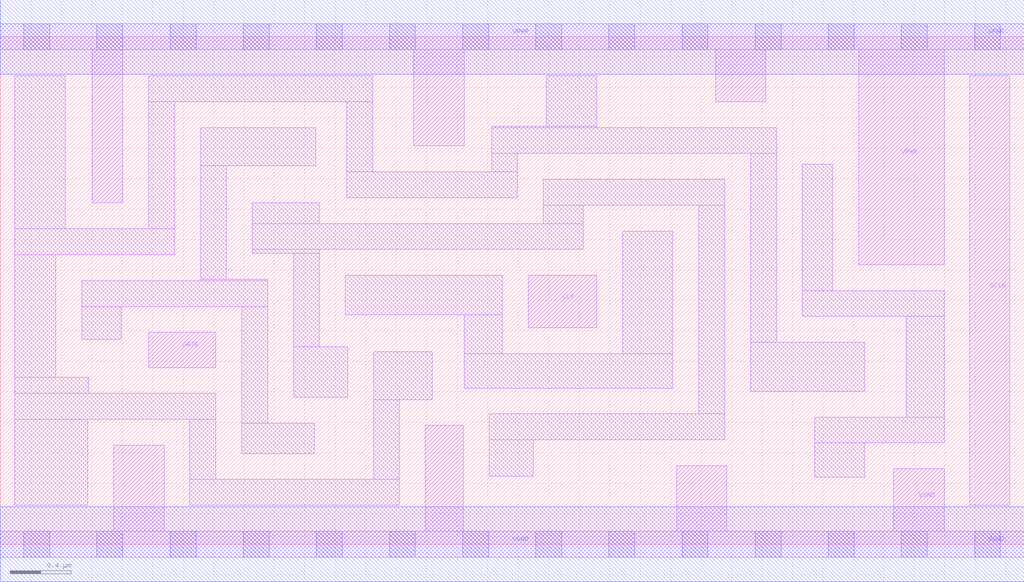
<source format=lef>
# Copyright 2020 The SkyWater PDK Authors
#
# Licensed under the Apache License, Version 2.0 (the "License");
# you may not use this file except in compliance with the License.
# You may obtain a copy of the License at
#
#     https://www.apache.org/licenses/LICENSE-2.0
#
# Unless required by applicable law or agreed to in writing, software
# distributed under the License is distributed on an "AS IS" BASIS,
# WITHOUT WARRANTIES OR CONDITIONS OF ANY KIND, either express or implied.
# See the License for the specific language governing permissions and
# limitations under the License.
#
# SPDX-License-Identifier: Apache-2.0

VERSION 5.7 ;
  NAMESCASESENSITIVE ON ;
  NOWIREEXTENSIONATPIN ON ;
  DIVIDERCHAR "/" ;
  BUSBITCHARS "[]" ;
UNITS
  DATABASE MICRONS 200 ;
END UNITS
MACRO sky130_fd_sc_lp__dlclkp_1
  CLASS CORE ;
  SOURCE USER ;
  FOREIGN sky130_fd_sc_lp__dlclkp_1 ;
  ORIGIN  0.000000  0.000000 ;
  SIZE  6.720000 BY  3.330000 ;
  SYMMETRY X Y R90 ;
  SITE unit ;
  PIN GATE
    ANTENNAGATEAREA  0.159000 ;
    DIRECTION INPUT ;
    USE SIGNAL ;
    PORT
      LAYER li1 ;
        RECT 0.975000 1.160000 1.415000 1.390000 ;
    END
  END GATE
  PIN GCLK
    ANTENNADIFFAREA  0.556500 ;
    DIRECTION OUTPUT ;
    USE SIGNAL ;
    PORT
      LAYER li1 ;
        RECT 6.365000 0.255000 6.625000 3.075000 ;
    END
  END GCLK
  PIN CLK
    ANTENNAGATEAREA  0.318000 ;
    DIRECTION INPUT ;
    USE CLOCK ;
    PORT
      LAYER li1 ;
        RECT 3.465000 1.420000 3.915000 1.765000 ;
    END
  END CLK
  PIN VGND
    DIRECTION INOUT ;
    USE GROUND ;
    PORT
      LAYER li1 ;
        RECT 0.000000 -0.085000 6.720000 0.085000 ;
        RECT 0.745000  0.085000 1.075000 0.650000 ;
        RECT 2.790000  0.085000 3.040000 0.780000 ;
        RECT 4.440000  0.085000 4.770000 0.515000 ;
        RECT 5.865000  0.085000 6.195000 0.495000 ;
      LAYER mcon ;
        RECT 0.155000 -0.085000 0.325000 0.085000 ;
        RECT 0.635000 -0.085000 0.805000 0.085000 ;
        RECT 1.115000 -0.085000 1.285000 0.085000 ;
        RECT 1.595000 -0.085000 1.765000 0.085000 ;
        RECT 2.075000 -0.085000 2.245000 0.085000 ;
        RECT 2.555000 -0.085000 2.725000 0.085000 ;
        RECT 3.035000 -0.085000 3.205000 0.085000 ;
        RECT 3.515000 -0.085000 3.685000 0.085000 ;
        RECT 3.995000 -0.085000 4.165000 0.085000 ;
        RECT 4.475000 -0.085000 4.645000 0.085000 ;
        RECT 4.955000 -0.085000 5.125000 0.085000 ;
        RECT 5.435000 -0.085000 5.605000 0.085000 ;
        RECT 5.915000 -0.085000 6.085000 0.085000 ;
        RECT 6.395000 -0.085000 6.565000 0.085000 ;
      LAYER met1 ;
        RECT 0.000000 -0.245000 6.720000 0.245000 ;
    END
  END VGND
  PIN VPWR
    DIRECTION INOUT ;
    USE POWER ;
    PORT
      LAYER li1 ;
        RECT 0.000000 3.245000 6.720000 3.415000 ;
        RECT 0.605000 2.240000 0.805000 3.245000 ;
        RECT 2.715000 2.615000 3.045000 3.245000 ;
        RECT 4.695000 2.905000 5.025000 3.245000 ;
        RECT 5.635000 1.835000 6.195000 3.245000 ;
      LAYER mcon ;
        RECT 0.155000 3.245000 0.325000 3.415000 ;
        RECT 0.635000 3.245000 0.805000 3.415000 ;
        RECT 1.115000 3.245000 1.285000 3.415000 ;
        RECT 1.595000 3.245000 1.765000 3.415000 ;
        RECT 2.075000 3.245000 2.245000 3.415000 ;
        RECT 2.555000 3.245000 2.725000 3.415000 ;
        RECT 3.035000 3.245000 3.205000 3.415000 ;
        RECT 3.515000 3.245000 3.685000 3.415000 ;
        RECT 3.995000 3.245000 4.165000 3.415000 ;
        RECT 4.475000 3.245000 4.645000 3.415000 ;
        RECT 4.955000 3.245000 5.125000 3.415000 ;
        RECT 5.435000 3.245000 5.605000 3.415000 ;
        RECT 5.915000 3.245000 6.085000 3.415000 ;
        RECT 6.395000 3.245000 6.565000 3.415000 ;
      LAYER met1 ;
        RECT 0.000000 3.085000 6.720000 3.575000 ;
    END
  END VPWR
  OBS
    LAYER li1 ;
      RECT 0.095000 0.255000 0.575000 0.820000 ;
      RECT 0.095000 0.820000 1.415000 0.990000 ;
      RECT 0.095000 0.990000 0.580000 1.095000 ;
      RECT 0.095000 1.095000 0.365000 1.900000 ;
      RECT 0.095000 1.900000 1.145000 2.070000 ;
      RECT 0.095000 2.070000 0.425000 3.075000 ;
      RECT 0.535000 1.345000 0.795000 1.560000 ;
      RECT 0.535000 1.560000 1.755000 1.730000 ;
      RECT 0.975000 2.070000 1.145000 2.905000 ;
      RECT 0.975000 2.905000 2.445000 3.075000 ;
      RECT 1.245000 0.255000 2.620000 0.425000 ;
      RECT 1.245000 0.425000 1.415000 0.820000 ;
      RECT 1.315000 1.730000 1.755000 1.740000 ;
      RECT 1.315000 1.740000 1.485000 2.485000 ;
      RECT 1.315000 2.485000 2.070000 2.735000 ;
      RECT 1.585000 0.595000 2.060000 0.795000 ;
      RECT 1.585000 0.795000 1.755000 1.560000 ;
      RECT 1.655000 1.910000 2.095000 1.935000 ;
      RECT 1.655000 1.935000 3.825000 2.105000 ;
      RECT 1.655000 2.105000 2.095000 2.240000 ;
      RECT 1.925000 0.965000 2.280000 1.295000 ;
      RECT 1.925000 1.295000 2.095000 1.910000 ;
      RECT 2.265000 1.505000 3.295000 1.765000 ;
      RECT 2.275000 2.275000 3.395000 2.445000 ;
      RECT 2.275000 2.445000 2.445000 2.905000 ;
      RECT 2.450000 0.425000 2.620000 0.950000 ;
      RECT 2.450000 0.950000 2.835000 1.265000 ;
      RECT 3.045000 1.025000 4.415000 1.250000 ;
      RECT 3.045000 1.250000 3.295000 1.505000 ;
      RECT 3.210000 0.445000 3.500000 0.685000 ;
      RECT 3.210000 0.685000 4.755000 0.855000 ;
      RECT 3.225000 2.445000 3.395000 2.565000 ;
      RECT 3.225000 2.565000 5.095000 2.735000 ;
      RECT 3.225000 2.735000 3.915000 2.745000 ;
      RECT 3.565000 2.105000 3.825000 2.225000 ;
      RECT 3.565000 2.225000 4.755000 2.395000 ;
      RECT 3.585000 2.745000 3.915000 3.075000 ;
      RECT 4.085000 1.250000 4.415000 2.055000 ;
      RECT 4.585000 0.855000 4.755000 2.225000 ;
      RECT 4.925000 1.005000 5.675000 1.325000 ;
      RECT 4.925000 1.325000 5.095000 2.565000 ;
      RECT 5.265000 1.495000 6.195000 1.665000 ;
      RECT 5.265000 1.665000 5.465000 2.495000 ;
      RECT 5.345000 0.440000 5.675000 0.665000 ;
      RECT 5.345000 0.665000 6.195000 0.835000 ;
      RECT 5.945000 0.835000 6.195000 1.495000 ;
  END
END sky130_fd_sc_lp__dlclkp_1

</source>
